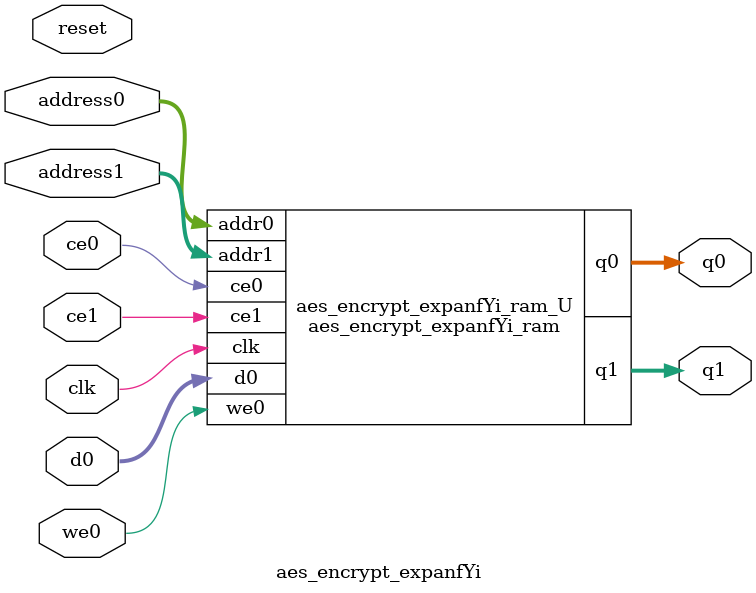
<source format=v>
`timescale 1 ns / 1 ps
module aes_encrypt_expanfYi_ram (addr0, ce0, d0, we0, q0, addr1, ce1, q1,  clk);

parameter DWIDTH = 8;
parameter AWIDTH = 6;
parameter MEM_SIZE = 44;

input[AWIDTH-1:0] addr0;
input ce0;
input[DWIDTH-1:0] d0;
input we0;
output reg[DWIDTH-1:0] q0;
input[AWIDTH-1:0] addr1;
input ce1;
output reg[DWIDTH-1:0] q1;
input clk;

(* ram_style = "distributed" *)reg [DWIDTH-1:0] ram[0:MEM_SIZE-1];




always @(posedge clk)  
begin 
    if (ce0) begin
        if (we0) 
            ram[addr0] <= d0; 
        q0 <= ram[addr0];
    end
end


always @(posedge clk)  
begin 
    if (ce1) begin
        q1 <= ram[addr1];
    end
end


endmodule

`timescale 1 ns / 1 ps
module aes_encrypt_expanfYi(
    reset,
    clk,
    address0,
    ce0,
    we0,
    d0,
    q0,
    address1,
    ce1,
    q1);

parameter DataWidth = 32'd8;
parameter AddressRange = 32'd44;
parameter AddressWidth = 32'd6;
input reset;
input clk;
input[AddressWidth - 1:0] address0;
input ce0;
input we0;
input[DataWidth - 1:0] d0;
output[DataWidth - 1:0] q0;
input[AddressWidth - 1:0] address1;
input ce1;
output[DataWidth - 1:0] q1;



aes_encrypt_expanfYi_ram aes_encrypt_expanfYi_ram_U(
    .clk( clk ),
    .addr0( address0 ),
    .ce0( ce0 ),
    .we0( we0 ),
    .d0( d0 ),
    .q0( q0 ),
    .addr1( address1 ),
    .ce1( ce1 ),
    .q1( q1 ));

endmodule


</source>
